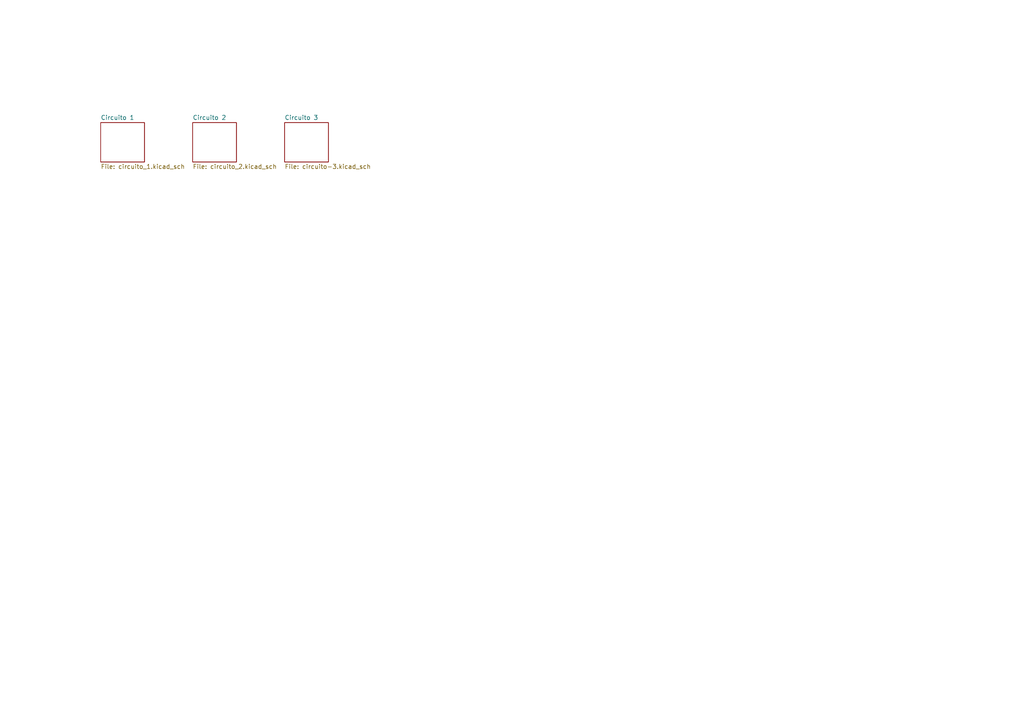
<source format=kicad_sch>
(kicad_sch
	(version 20231120)
	(generator "eeschema")
	(generator_version "8.0")
	(uuid "99929c84-d1b2-45a3-8153-a7b417c53f39")
	(paper "A4")
	(lib_symbols)
	(sheet
		(at 55.88 35.56)
		(size 12.7 11.43)
		(fields_autoplaced yes)
		(stroke
			(width 0.1524)
			(type solid)
		)
		(fill
			(color 0 0 0 0.0000)
		)
		(uuid "13abf1da-7730-47a0-84ea-13cf4251b2e0")
		(property "Sheetname" "Circuito 2"
			(at 55.88 34.8484 0)
			(effects
				(font
					(size 1.27 1.27)
				)
				(justify left bottom)
			)
		)
		(property "Sheetfile" "circuito_2.kicad_sch"
			(at 55.88 47.5746 0)
			(effects
				(font
					(size 1.27 1.27)
				)
				(justify left top)
			)
		)
		(instances
			(project "contr-disp-digitais"
				(path "/99929c84-d1b2-45a3-8153-a7b417c53f39"
					(page "3")
				)
			)
		)
	)
	(sheet
		(at 82.55 35.56)
		(size 12.7 11.43)
		(fields_autoplaced yes)
		(stroke
			(width 0.1524)
			(type solid)
		)
		(fill
			(color 0 0 0 0.0000)
		)
		(uuid "935100fa-ab44-43c5-99cb-de41874944fc")
		(property "Sheetname" "Circuito 3"
			(at 82.55 34.8484 0)
			(effects
				(font
					(size 1.27 1.27)
				)
				(justify left bottom)
			)
		)
		(property "Sheetfile" "circuito-3.kicad_sch"
			(at 82.55 47.5746 0)
			(effects
				(font
					(size 1.27 1.27)
				)
				(justify left top)
			)
		)
		(instances
			(project "contr-disp-digitais"
				(path "/99929c84-d1b2-45a3-8153-a7b417c53f39"
					(page "4")
				)
			)
		)
	)
	(sheet
		(at 29.21 35.56)
		(size 12.7 11.43)
		(fields_autoplaced yes)
		(stroke
			(width 0.1524)
			(type solid)
		)
		(fill
			(color 0 0 0 0.0000)
		)
		(uuid "cc7337dc-c2d7-4fcb-b466-4da1a29a0de2")
		(property "Sheetname" "Circuito 1"
			(at 29.21 34.8484 0)
			(effects
				(font
					(size 1.27 1.27)
				)
				(justify left bottom)
			)
		)
		(property "Sheetfile" "circuito_1.kicad_sch"
			(at 29.21 47.5746 0)
			(effects
				(font
					(size 1.27 1.27)
				)
				(justify left top)
			)
		)
		(instances
			(project "contr-disp-digitais"
				(path "/99929c84-d1b2-45a3-8153-a7b417c53f39"
					(page "2")
				)
			)
		)
	)
	(sheet_instances
		(path "/"
			(page "1")
		)
	)
)
</source>
